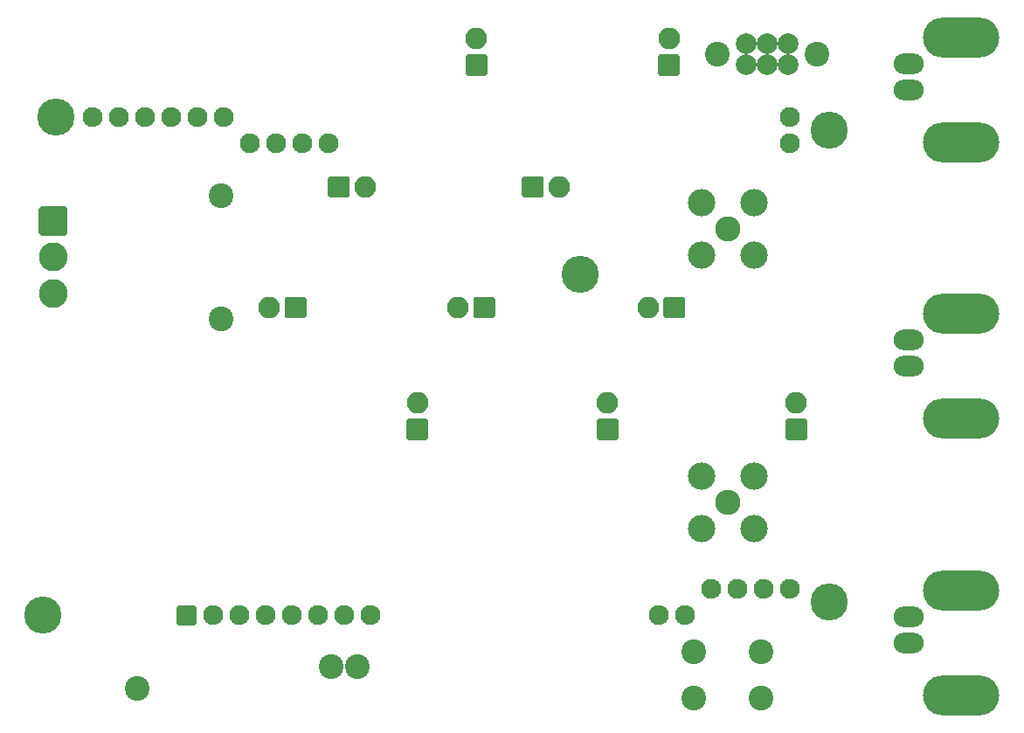
<source format=gbs>
G04 #@! TF.GenerationSoftware,KiCad,Pcbnew,(5.1.12)-1*
G04 #@! TF.CreationDate,2022-09-19T12:41:43+02:00*
G04 #@! TF.ProjectId,some_wave_v2,736f6d65-5f77-4617-9665-5f76322e6b69,rev?*
G04 #@! TF.SameCoordinates,Original*
G04 #@! TF.FileFunction,Soldermask,Bot*
G04 #@! TF.FilePolarity,Negative*
%FSLAX46Y46*%
G04 Gerber Fmt 4.6, Leading zero omitted, Abs format (unit mm)*
G04 Created by KiCad (PCBNEW (5.1.12)-1) date 2022-09-19 12:41:43*
%MOMM*%
%LPD*%
G01*
G04 APERTURE LIST*
%ADD10C,1.930000*%
%ADD11C,3.600000*%
%ADD12O,2.100000X2.100000*%
%ADD13C,2.400000*%
%ADD14C,2.650000*%
%ADD15C,2.450000*%
%ADD16O,2.900000X2.000000*%
%ADD17O,7.400000X3.900000*%
%ADD18C,2.000000*%
%ADD19C,2.800000*%
G04 APERTURE END LIST*
D10*
X62788000Y-59055000D03*
X65328000Y-59055000D03*
X67818000Y-56515000D03*
X70358000Y-56515000D03*
D11*
X3078000Y-59055000D03*
G36*
G01*
X17783000Y-60020000D02*
X16253000Y-60020000D01*
G75*
G02*
X16053000Y-59820000I0J200000D01*
G01*
X16053000Y-58290000D01*
G75*
G02*
X16253000Y-58090000I200000J0D01*
G01*
X17783000Y-58090000D01*
G75*
G02*
X17983000Y-58290000I0J-200000D01*
G01*
X17983000Y-59820000D01*
G75*
G02*
X17783000Y-60020000I-200000J0D01*
G01*
G37*
D10*
X19558000Y-59055000D03*
X22098000Y-59055000D03*
X24638000Y-59055000D03*
X27178000Y-59055000D03*
X29718000Y-59055000D03*
X32258000Y-59055000D03*
X34798000Y-59055000D03*
D11*
X79248000Y-57785000D03*
D10*
X7874000Y-10795000D03*
D11*
X79248000Y-12065000D03*
X4318000Y-10795000D03*
X55118000Y-26035000D03*
D10*
X10414000Y-10795000D03*
X12954000Y-10795000D03*
X15494000Y-10795000D03*
X18034000Y-10795000D03*
X20574000Y-10795000D03*
X23114000Y-13335000D03*
X25654000Y-13335000D03*
X28194000Y-13335000D03*
X30734000Y-13335000D03*
X72898000Y-56515000D03*
X75438000Y-56515000D03*
X75438000Y-13335000D03*
X75438000Y-10795000D03*
D12*
X63754000Y-3175000D03*
G36*
G01*
X64804000Y-4865000D02*
X64804000Y-6565000D01*
G75*
G02*
X64604000Y-6765000I-200000J0D01*
G01*
X62904000Y-6765000D01*
G75*
G02*
X62704000Y-6565000I0J200000D01*
G01*
X62704000Y-4865000D01*
G75*
G02*
X62904000Y-4665000I200000J0D01*
G01*
X64604000Y-4665000D01*
G75*
G02*
X64804000Y-4865000I0J-200000D01*
G01*
G37*
D13*
X12192000Y-66167000D03*
D14*
X72009000Y-24130000D03*
X66929000Y-24130000D03*
X66929000Y-19050000D03*
X72009000Y-19050000D03*
D15*
X69469000Y-21590000D03*
D12*
X34290000Y-17526000D03*
G36*
G01*
X32600000Y-18576000D02*
X30900000Y-18576000D01*
G75*
G02*
X30700000Y-18376000I0J200000D01*
G01*
X30700000Y-16676000D01*
G75*
G02*
X30900000Y-16476000I200000J0D01*
G01*
X32600000Y-16476000D01*
G75*
G02*
X32800000Y-16676000I0J-200000D01*
G01*
X32800000Y-18376000D01*
G75*
G02*
X32600000Y-18576000I-200000J0D01*
G01*
G37*
X45085000Y-3175000D03*
G36*
G01*
X46135000Y-4865000D02*
X46135000Y-6565000D01*
G75*
G02*
X45935000Y-6765000I-200000J0D01*
G01*
X44235000Y-6765000D01*
G75*
G02*
X44035000Y-6565000I0J200000D01*
G01*
X44035000Y-4865000D01*
G75*
G02*
X44235000Y-4665000I200000J0D01*
G01*
X45935000Y-4665000D01*
G75*
G02*
X46135000Y-4865000I0J-200000D01*
G01*
G37*
X53086000Y-17526000D03*
G36*
G01*
X51396000Y-18576000D02*
X49696000Y-18576000D01*
G75*
G02*
X49496000Y-18376000I0J200000D01*
G01*
X49496000Y-16676000D01*
G75*
G02*
X49696000Y-16476000I200000J0D01*
G01*
X51396000Y-16476000D01*
G75*
G02*
X51596000Y-16676000I0J-200000D01*
G01*
X51596000Y-18376000D01*
G75*
G02*
X51396000Y-18576000I-200000J0D01*
G01*
G37*
D16*
X86995000Y-32385000D03*
X86995000Y-34925000D03*
D17*
X92075000Y-40005000D03*
X92075000Y-29845000D03*
D16*
X86995000Y-5588000D03*
X86995000Y-8128000D03*
D17*
X92075000Y-13208000D03*
X92075000Y-3048000D03*
D13*
X68447000Y-4683000D03*
X78047000Y-4683000D03*
D18*
X71247000Y-3683000D03*
X73247000Y-3683000D03*
X75247000Y-3683000D03*
X71247000Y-5683000D03*
X73247000Y-5683000D03*
X75247000Y-5683000D03*
D13*
X30988000Y-64008000D03*
X33528000Y-64008000D03*
D17*
X92075000Y-56642000D03*
X92075000Y-66802000D03*
D16*
X86995000Y-61722000D03*
X86995000Y-59182000D03*
D15*
X69469000Y-48133000D03*
D14*
X72009000Y-50673000D03*
X72009000Y-45593000D03*
X66929000Y-45593000D03*
X66929000Y-50673000D03*
G36*
G01*
X2864000Y-19428000D02*
X5264000Y-19428000D01*
G75*
G02*
X5464000Y-19628000I0J-200000D01*
G01*
X5464000Y-22028000D01*
G75*
G02*
X5264000Y-22228000I-200000J0D01*
G01*
X2864000Y-22228000D01*
G75*
G02*
X2664000Y-22028000I0J200000D01*
G01*
X2664000Y-19628000D01*
G75*
G02*
X2864000Y-19428000I200000J0D01*
G01*
G37*
D19*
X4064000Y-24328000D03*
X4064000Y-27828000D03*
G36*
G01*
X63412000Y-28160000D02*
X65112000Y-28160000D01*
G75*
G02*
X65312000Y-28360000I0J-200000D01*
G01*
X65312000Y-30060000D01*
G75*
G02*
X65112000Y-30260000I-200000J0D01*
G01*
X63412000Y-30260000D01*
G75*
G02*
X63212000Y-30060000I0J200000D01*
G01*
X63212000Y-28360000D01*
G75*
G02*
X63412000Y-28160000I200000J0D01*
G01*
G37*
D12*
X61722000Y-29210000D03*
X43307000Y-29210000D03*
G36*
G01*
X44997000Y-28160000D02*
X46697000Y-28160000D01*
G75*
G02*
X46897000Y-28360000I0J-200000D01*
G01*
X46897000Y-30060000D01*
G75*
G02*
X46697000Y-30260000I-200000J0D01*
G01*
X44997000Y-30260000D01*
G75*
G02*
X44797000Y-30060000I0J200000D01*
G01*
X44797000Y-28360000D01*
G75*
G02*
X44997000Y-28160000I200000J0D01*
G01*
G37*
G36*
G01*
X26709000Y-28160000D02*
X28409000Y-28160000D01*
G75*
G02*
X28609000Y-28360000I0J-200000D01*
G01*
X28609000Y-30060000D01*
G75*
G02*
X28409000Y-30260000I-200000J0D01*
G01*
X26709000Y-30260000D01*
G75*
G02*
X26509000Y-30060000I0J200000D01*
G01*
X26509000Y-28360000D01*
G75*
G02*
X26709000Y-28160000I200000J0D01*
G01*
G37*
X25019000Y-29210000D03*
X76073000Y-38481000D03*
G36*
G01*
X77123000Y-40171000D02*
X77123000Y-41871000D01*
G75*
G02*
X76923000Y-42071000I-200000J0D01*
G01*
X75223000Y-42071000D01*
G75*
G02*
X75023000Y-41871000I0J200000D01*
G01*
X75023000Y-40171000D01*
G75*
G02*
X75223000Y-39971000I200000J0D01*
G01*
X76923000Y-39971000D01*
G75*
G02*
X77123000Y-40171000I0J-200000D01*
G01*
G37*
G36*
G01*
X58835000Y-40171000D02*
X58835000Y-41871000D01*
G75*
G02*
X58635000Y-42071000I-200000J0D01*
G01*
X56935000Y-42071000D01*
G75*
G02*
X56735000Y-41871000I0J200000D01*
G01*
X56735000Y-40171000D01*
G75*
G02*
X56935000Y-39971000I200000J0D01*
G01*
X58635000Y-39971000D01*
G75*
G02*
X58835000Y-40171000I0J-200000D01*
G01*
G37*
X57785000Y-38481000D03*
X39370000Y-38481000D03*
G36*
G01*
X40420000Y-40171000D02*
X40420000Y-41871000D01*
G75*
G02*
X40220000Y-42071000I-200000J0D01*
G01*
X38520000Y-42071000D01*
G75*
G02*
X38320000Y-41871000I0J200000D01*
G01*
X38320000Y-40171000D01*
G75*
G02*
X38520000Y-39971000I200000J0D01*
G01*
X40220000Y-39971000D01*
G75*
G02*
X40420000Y-40171000I0J-200000D01*
G01*
G37*
D13*
X20320000Y-18415000D03*
X20320000Y-30353000D03*
X72644000Y-62556000D03*
X72644000Y-67056000D03*
X66144000Y-62556000D03*
X66144000Y-67056000D03*
M02*

</source>
